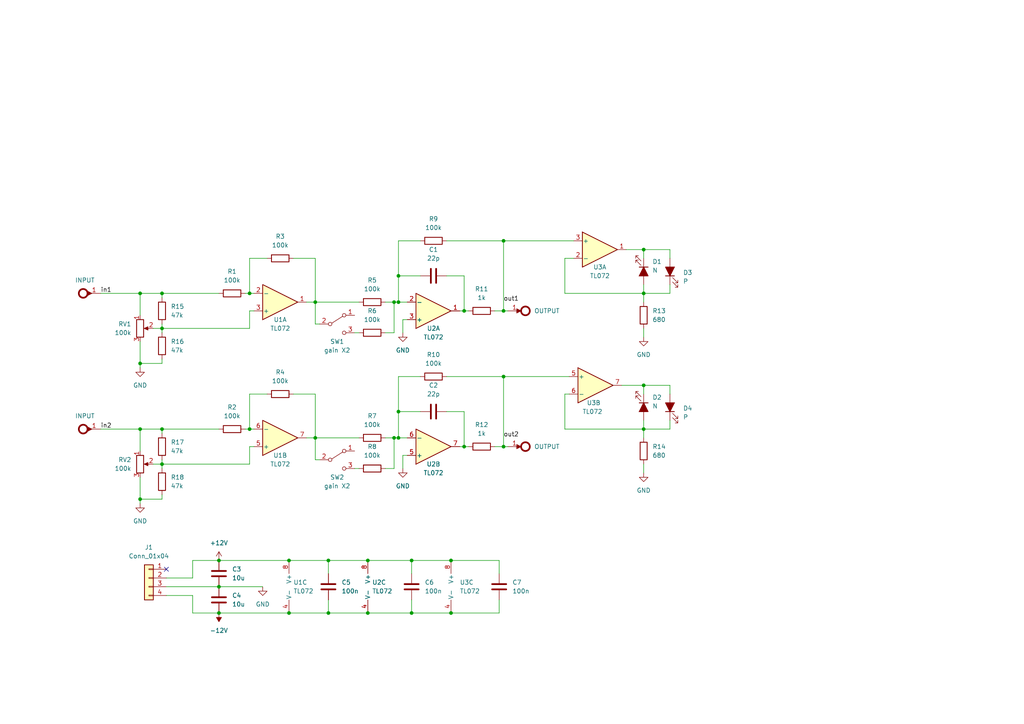
<source format=kicad_sch>
(kicad_sch (version 20211123) (generator eeschema)
  (paper "A4")
  (lib_symbols
    (symbol "0-MM:INPUT" (pin_names (offset 1.016) hide)
      (property "Value" "INPUT" (at -5.08 0 0))
      (symbol "INPUT_0_1"
        (polyline (pts (xy 1.27 0) (xy 1.27 -0.635) (xy 2.54 0) (xy 1.27 0.635) (xy 1.27 0)) (fill (type outline)))
        (circle (center 0 0) (radius 1.27) (stroke (width 0.5)))
      )
      (symbol "INPUT_1_1"
        (pin input line (at 5.08 0 180) (length 3.81) (name "Pin_1") (number "1"))
      )
    )
    (symbol "0-MM:OUTPUT" (pin_names (offset 1.016) hide)
      (property "Value" "OUTPUT" (at 5.08 0 0))
      (symbol "OUTPUT_0_1"
        (polyline (pts (xy -1.27 0) (xy -2.54 -0.635) (xy -2.54 0.635) (xy -1.27 0)) (fill (type outline)))
        (circle (center 0 0) (radius 1.27) (stroke (width 0.5)))
      )
      (symbol "OUTPUT_1_1"
        (pin output line (at -5.08 0 0) (length 3.81) (name "Pin_1") (number "1"))
      )
    )
    (symbol "Amplifier_Operational:LM358" (pin_names (offset 0.127))
      (property "Reference" "U" (at 0 5.08 0))
      (property "Value" "LM358" (at 0 -5.08 0))
      (symbol "LM358_1_1"
        (polyline (pts (xy -5.08 5.08) (xy 5.08 0) (xy -5.08 -5.08) (xy -5.08 5.08)) (stroke (width 0.254)) (fill (type background)))
        (pin output line (at 7.62 0 180) (length 2.54) (name "~") (number "1"))
        (pin input line (at -7.62 -2.54 0) (length 2.54) (name "-") (number "2"))
        (pin input line (at -7.62 2.54 0) (length 2.54) (name "+") (number "3"))
      )
      (symbol "LM358_2_1"
        (polyline (pts (xy -5.08 5.08) (xy 5.08 0) (xy -5.08 -5.08) (xy -5.08 5.08)) (stroke (width 0.254)) (fill (type background)))
        (pin input line (at -7.62 2.54 0) (length 2.54) (name "+") (number "5"))
        (pin input line (at -7.62 -2.54 0) (length 2.54) (name "-") (number "6"))
        (pin output line (at 7.62 0 180) (length 2.54) (name "~") (number "7"))
      )
      (symbol "LM358_3_1"
        (pin power_in line (at -2.54 -7.62 90) (length 3.81) (name "V-") (number "4"))
        (pin power_in line (at -2.54 7.62 270) (length 3.81) (name "V+") (number "8"))
      )
    )
    (symbol "Amplifier_Operational:NE5532" (pin_names (offset 0.127))
      (property "Reference" "U" (at 0 5.08 0))
      (property "Value" "NE5532" (at 0 -5.08 0))
      (symbol "NE5532_1_1"
        (polyline (pts (xy -5.08 5.08) (xy 5.08 0) (xy -5.08 -5.08) (xy -5.08 5.08)) (stroke (width 0.254)) (fill (type background)))
        (pin output line (at 7.62 0 180) (length 2.54) (name "~") (number "1"))
        (pin input line (at -7.62 -2.54 0) (length 2.54) (name "-") (number "2"))
        (pin input line (at -7.62 2.54 0) (length 2.54) (name "+") (number "3"))
      )
      (symbol "NE5532_2_1"
        (polyline (pts (xy -5.08 5.08) (xy 5.08 0) (xy -5.08 -5.08) (xy -5.08 5.08)) (stroke (width 0.254)) (fill (type background)))
        (pin input line (at -7.62 2.54 0) (length 2.54) (name "+") (number "5"))
        (pin input line (at -7.62 -2.54 0) (length 2.54) (name "-") (number "6"))
        (pin output line (at 7.62 0 180) (length 2.54) (name "~") (number "7"))
      )
      (symbol "NE5532_3_1"
        (pin power_in line (at -2.54 -7.62 90) (length 3.81) (name "V-") (number "4"))
        (pin power_in line (at -2.54 7.62 270) (length 3.81) (name "V+") (number "8"))
      )
    )
    (symbol "Connector_Generic:Conn_01x04" (pin_names (offset 1.016) hide)
      (property "Reference" "J" (at 0 5.08 0))
      (property "Value" "Conn_01x04" (at 0 -7.62 0))
      (symbol "Conn_01x04_1_1"
        (rectangle (start -1.27 -4.953) (end 0 -5.207) (stroke (width 0.1524)))
        (rectangle (start -1.27 -2.413) (end 0 -2.667) (stroke (width 0.1524)))
        (rectangle (start -1.27 0.127) (end 0 -0.127) (stroke (width 0.1524)))
        (rectangle (start -1.27 2.667) (end 0 2.413) (stroke (width 0.1524)))
        (rectangle (start -1.27 3.81) (end 1.27 -6.35) (stroke (width 0.254)) (fill (type background)))
        (pin passive line (at -5.08 2.54 0) (length 3.81) (name "Pin_1") (number "1"))
        (pin passive line (at -5.08 0 0) (length 3.81) (name "Pin_2") (number "2"))
        (pin passive line (at -5.08 -2.54 0) (length 3.81) (name "Pin_3") (number "3"))
        (pin passive line (at -5.08 -5.08 0) (length 3.81) (name "Pin_4") (number "4"))
      )
    )
    (symbol "Device:C" (pin_numbers hide) (pin_names (offset 0.254))
      (property "Reference" "C" (at 0.635 2.54 0))
      (property "Value" "C" (at 0.635 -2.54 0))
      (symbol "C_0_1"
        (polyline (pts (xy -2.032 -0.762) (xy 2.032 -0.762)) (stroke (width 0.508)))
        (polyline (pts (xy -2.032 0.762) (xy 2.032 0.762)) (stroke (width 0.508)))
      )
      (symbol "C_1_1"
        (pin passive line (at 0 3.81 270) (length 2.794) (name "~") (number "1"))
        (pin passive line (at 0 -3.81 90) (length 2.794) (name "~") (number "2"))
      )
    )
    (symbol "Device:LED_Filled" (pin_numbers hide) (pin_names (offset 1.016) hide)
      (property "Reference" "D" (at 0 2.54 0))
      (property "Value" "LED_Filled" (at 0 -2.54 0))
      (symbol "LED_Filled_0_1"
        (polyline (pts (xy -1.27 -1.27) (xy -1.27 1.27)) (stroke (width 0.254)))
        (polyline (pts (xy -1.27 0) (xy 1.27 0)))
        (polyline (pts (xy 1.27 -1.27) (xy 1.27 1.27) (xy -1.27 0) (xy 1.27 -1.27)) (stroke (width 0.254)) (fill (type outline)))
        (polyline (pts (xy -3.048 -0.762) (xy -4.572 -2.286) (xy -3.81 -2.286) (xy -4.572 -2.286) (xy -4.572 -1.524)))
        (polyline (pts (xy -1.778 -0.762) (xy -3.302 -2.286) (xy -2.54 -2.286) (xy -3.302 -2.286) (xy -3.302 -1.524)))
      )
      (symbol "LED_Filled_1_1"
        (pin passive line (at -3.81 0 0) (length 2.54) (name "K") (number "1"))
        (pin passive line (at 3.81 0 180) (length 2.54) (name "A") (number "2"))
      )
    )
    (symbol "Device:R" (pin_numbers hide) (pin_names (offset 0))
      (property "Reference" "R" (at 2.032 0 90))
      (property "Value" "R" (at 0 0 90))
      (symbol "R_0_1"
        (rectangle (start -1.016 -2.54) (end 1.016 2.54) (stroke (width 0.254)))
      )
      (symbol "R_1_1"
        (pin passive line (at 0 3.81 270) (length 1.27) (name "~") (number "1"))
        (pin passive line (at 0 -3.81 90) (length 1.27) (name "~") (number "2"))
      )
    )
    (symbol "Device:R_Potentiometer" (pin_names (offset 1.016) hide)
      (property "Reference" "RV" (at -4.445 0 90))
      (property "Value" "R_Potentiometer" (at -2.54 0 90))
      (symbol "R_Potentiometer_0_1"
        (polyline (pts (xy 2.54 0) (xy 1.524 0)))
        (polyline (pts (xy 1.143 0) (xy 2.286 0.508) (xy 2.286 -0.508) (xy 1.143 0)) (fill (type outline)))
        (rectangle (start 1.016 2.54) (end -1.016 -2.54) (stroke (width 0.254)))
      )
      (symbol "R_Potentiometer_1_1"
        (pin passive line (at 0 3.81 270) (length 1.27) (name "1") (number "1"))
        (pin passive line (at 3.81 0 180) (length 1.27) (name "2") (number "2"))
        (pin passive line (at 0 -3.81 90) (length 1.27) (name "3") (number "3"))
      )
    )
    (symbol "Switch:SW_SPDT" (pin_names (offset 0) hide)
      (property "Reference" "SW" (at 0 4.318 0))
      (property "Value" "SW_SPDT" (at 0 -5.08 0))
      (symbol "SW_SPDT_0_0"
        (circle (center -2.032 0) (radius 0.508))
        (circle (center 2.032 -2.54) (radius 0.508))
      )
      (symbol "SW_SPDT_0_1"
        (polyline (pts (xy -1.524 0.254) (xy 1.651 2.286)))
        (circle (center 2.032 2.54) (radius 0.508))
      )
      (symbol "SW_SPDT_1_1"
        (pin passive line (at 5.08 2.54 180) (length 2.54) (name "A") (number "1"))
        (pin passive line (at -5.08 0 0) (length 2.54) (name "B") (number "2"))
        (pin passive line (at 5.08 -2.54 180) (length 2.54) (name "C") (number "3"))
      )
    )
    (symbol "power:+12V" (power) (pin_names (offset 0))
      (property "Value" "+12V" (at 0 3.556 0))
      (symbol "+12V_0_1"
        (polyline (pts (xy -0.762 1.27) (xy 0 2.54)))
        (polyline (pts (xy 0 0) (xy 0 2.54)))
        (polyline (pts (xy 0 2.54) (xy 0.762 1.27)))
      )
      (symbol "+12V_1_1"
        (pin power_in line (at 0 0 90) (length 0) hide (name "+12V") (number "1"))
      )
    )
    (symbol "power:-12V" (power) (pin_names (offset 0))
      (property "Value" "-12V" (at 0 3.81 0))
      (symbol "-12V_0_0"
        (pin power_in line (at 0 0 90) (length 0) hide (name "-12V") (number "1"))
      )
      (symbol "-12V_0_1"
        (polyline (pts (xy 0 0) (xy 0 1.27) (xy 0.762 1.27) (xy 0 2.54) (xy -0.762 1.27) (xy 0 1.27)) (fill (type outline)))
      )
    )
    (symbol "power:GND" (power) (pin_names (offset 0))
      (property "Value" "GND" (at 0 -3.81 0))
      (symbol "GND_0_1"
        (polyline (pts (xy 0 0) (xy 0 -1.27) (xy 1.27 -1.27) (xy 0 -2.54) (xy -1.27 -1.27) (xy 0 -1.27)))
      )
      (symbol "GND_1_1"
        (pin power_in line (at 0 0 270) (length 0) hide (name "GND") (number "1"))
      )
    )
  )
  (junction (at 114.3 127))
  (junction (at 95.25 177.8))
  (junction (at 72.39 124.46))
  (junction (at 186.69 85.09))
  (junction (at 40.64 144.78))
  (junction (at 40.64 105.41))
  (junction (at 46.99 95.25))
  (junction (at 95.25 162.56))
  (junction (at 91.44 127))
  (junction (at 115.57 119.38))
  (junction (at 134.62 129.54))
  (junction (at 63.5 170.18))
  (junction (at 83.82 177.8))
  (junction (at 186.69 124.46))
  (junction (at 72.39 85.09))
  (junction (at 40.64 124.46))
  (junction (at 114.3 87.63))
  (junction (at 146.05 69.85))
  (junction (at 115.57 87.63))
  (junction (at 115.57 80.01))
  (junction (at 115.57 127))
  (junction (at 146.05 109.22))
  (junction (at 46.99 124.46))
  (junction (at 186.69 72.39))
  (junction (at 40.64 85.09))
  (junction (at 46.99 134.62))
  (junction (at 146.05 129.54))
  (junction (at 106.68 177.8))
  (junction (at 134.62 90.17))
  (junction (at 46.99 85.09))
  (junction (at 119.38 177.8))
  (junction (at 119.38 162.56))
  (junction (at 91.44 87.63))
  (junction (at 63.5 162.56))
  (junction (at 130.81 162.56))
  (junction (at 83.82 162.56))
  (junction (at 186.69 111.76))
  (junction (at 130.81 177.8))
  (junction (at 146.05 90.17))
  (junction (at 63.5 177.8))
  (junction (at 106.68 162.56))
  (no_connect (at 48.26 165.1))
  (wire (pts (xy 186.69 72.39) (xy 186.69 74.93)))
  (wire (pts (xy 46.99 85.09) (xy 63.5 85.09)))
  (wire (pts (xy 118.11 92.71) (xy 116.84 92.71)))
  (wire (pts (xy 106.68 177.8) (xy 119.38 177.8)))
  (wire (pts (xy 72.39 95.25) (xy 72.39 90.17)))
  (wire (pts (xy 186.69 82.55) (xy 186.69 85.09)))
  (wire (pts (xy 91.44 74.93) (xy 91.44 87.63)))
  (wire (pts (xy 106.68 162.56) (xy 119.38 162.56)))
  (wire (pts (xy 91.44 93.98) (xy 91.44 87.63)))
  (wire (pts (xy 48.26 170.18) (xy 63.5 170.18)))
  (wire (pts (xy 186.69 85.09) (xy 163.83 85.09)))
  (wire (pts (xy 111.76 96.52) (xy 114.3 96.52)))
  (wire (pts (xy 72.39 90.17) (xy 73.66 90.17)))
  (wire (pts (xy 48.26 167.64) (xy 55.88 167.64)))
  (wire (pts (xy 146.05 90.17) (xy 147.32 90.17)))
  (wire (pts (xy 163.83 85.09) (xy 163.83 74.93)))
  (wire (pts (xy 40.64 144.78) (xy 40.64 146.05)))
  (wire (pts (xy 46.99 124.46) (xy 63.5 124.46)))
  (wire (pts (xy 114.3 135.89) (xy 114.3 127)))
  (wire (pts (xy 55.88 167.64) (xy 55.88 162.56)))
  (wire (pts (xy 186.69 137.16) (xy 186.69 134.62)))
  (wire (pts (xy 143.51 90.17) (xy 146.05 90.17)))
  (wire (pts (xy 46.99 105.41) (xy 40.64 105.41)))
  (wire (pts (xy 91.44 87.63) (xy 104.14 87.63)))
  (wire (pts (xy 115.57 80.01) (xy 121.92 80.01)))
  (wire (pts (xy 40.64 130.81) (xy 40.64 124.46)))
  (wire (pts (xy 92.71 133.35) (xy 91.44 133.35)))
  (wire (pts (xy 186.69 124.46) (xy 163.83 124.46)))
  (wire (pts (xy 115.57 87.63) (xy 115.57 80.01)))
  (wire (pts (xy 72.39 129.54) (xy 72.39 134.62)))
  (wire (pts (xy 46.99 143.51) (xy 46.99 144.78)))
  (wire (pts (xy 29.21 124.46) (xy 40.64 124.46)))
  (wire (pts (xy 115.57 69.85) (xy 121.92 69.85)))
  (wire (pts (xy 40.64 105.41) (xy 40.64 106.68)))
  (wire (pts (xy 114.3 87.63) (xy 115.57 87.63)))
  (wire (pts (xy 134.62 90.17) (xy 135.89 90.17)))
  (wire (pts (xy 129.54 109.22) (xy 146.05 109.22)))
  (wire (pts (xy 40.64 99.06) (xy 40.64 105.41)))
  (wire (pts (xy 194.31 82.55) (xy 194.31 85.09)))
  (wire (pts (xy 143.51 129.54) (xy 146.05 129.54)))
  (wire (pts (xy 146.05 69.85) (xy 166.37 69.85)))
  (wire (pts (xy 55.88 172.72) (xy 55.88 177.8)))
  (wire (pts (xy 186.69 97.79) (xy 186.69 95.25)))
  (wire (pts (xy 129.54 80.01) (xy 134.62 80.01)))
  (wire (pts (xy 46.99 144.78) (xy 40.64 144.78)))
  (wire (pts (xy 95.25 162.56) (xy 106.68 162.56)))
  (wire (pts (xy 44.45 134.62) (xy 46.99 134.62)))
  (wire (pts (xy 114.3 127) (xy 111.76 127)))
  (wire (pts (xy 46.99 93.98) (xy 46.99 95.25)))
  (wire (pts (xy 72.39 85.09) (xy 73.66 85.09)))
  (wire (pts (xy 119.38 177.8) (xy 130.81 177.8)))
  (wire (pts (xy 129.54 119.38) (xy 134.62 119.38)))
  (wire (pts (xy 46.99 104.14) (xy 46.99 105.41)))
  (wire (pts (xy 95.25 162.56) (xy 95.25 166.37)))
  (wire (pts (xy 133.35 129.54) (xy 134.62 129.54)))
  (wire (pts (xy 111.76 135.89) (xy 114.3 135.89)))
  (wire (pts (xy 144.78 162.56) (xy 144.78 166.37)))
  (wire (pts (xy 118.11 132.08) (xy 116.84 132.08)))
  (wire (pts (xy 146.05 69.85) (xy 146.05 90.17)))
  (wire (pts (xy 46.99 95.25) (xy 46.99 96.52)))
  (wire (pts (xy 186.69 111.76) (xy 194.31 111.76)))
  (wire (pts (xy 115.57 80.01) (xy 115.57 69.85)))
  (wire (pts (xy 85.09 74.93) (xy 91.44 74.93)))
  (wire (pts (xy 116.84 92.71) (xy 116.84 96.52)))
  (wire (pts (xy 72.39 74.93) (xy 77.47 74.93)))
  (wire (pts (xy 95.25 173.99) (xy 95.25 177.8)))
  (wire (pts (xy 186.69 124.46) (xy 186.69 127)))
  (wire (pts (xy 115.57 119.38) (xy 115.57 109.22)))
  (wire (pts (xy 134.62 129.54) (xy 135.89 129.54)))
  (wire (pts (xy 146.05 129.54) (xy 147.32 129.54)))
  (wire (pts (xy 44.45 95.25) (xy 46.99 95.25)))
  (wire (pts (xy 83.82 177.8) (xy 95.25 177.8)))
  (wire (pts (xy 181.61 72.39) (xy 186.69 72.39)))
  (wire (pts (xy 46.99 134.62) (xy 46.99 135.89)))
  (wire (pts (xy 72.39 85.09) (xy 72.39 74.93)))
  (wire (pts (xy 119.38 162.56) (xy 130.81 162.56)))
  (wire (pts (xy 102.87 96.52) (xy 104.14 96.52)))
  (wire (pts (xy 146.05 109.22) (xy 165.1 109.22)))
  (wire (pts (xy 194.31 85.09) (xy 186.69 85.09)))
  (wire (pts (xy 115.57 127) (xy 115.57 119.38)))
  (wire (pts (xy 186.69 72.39) (xy 194.31 72.39)))
  (wire (pts (xy 63.5 162.56) (xy 83.82 162.56)))
  (wire (pts (xy 48.26 172.72) (xy 55.88 172.72)))
  (wire (pts (xy 55.88 162.56) (xy 63.5 162.56)))
  (wire (pts (xy 194.31 111.76) (xy 194.31 114.3)))
  (wire (pts (xy 119.38 173.99) (xy 119.38 177.8)))
  (wire (pts (xy 92.71 93.98) (xy 91.44 93.98)))
  (wire (pts (xy 130.81 177.8) (xy 144.78 177.8)))
  (wire (pts (xy 115.57 109.22) (xy 121.92 109.22)))
  (wire (pts (xy 46.99 95.25) (xy 72.39 95.25)))
  (wire (pts (xy 95.25 177.8) (xy 106.68 177.8)))
  (wire (pts (xy 71.12 85.09) (xy 72.39 85.09)))
  (wire (pts (xy 186.69 121.92) (xy 186.69 124.46)))
  (wire (pts (xy 72.39 134.62) (xy 46.99 134.62)))
  (wire (pts (xy 72.39 124.46) (xy 73.66 124.46)))
  (wire (pts (xy 119.38 162.56) (xy 119.38 166.37)))
  (wire (pts (xy 40.64 85.09) (xy 46.99 85.09)))
  (wire (pts (xy 133.35 90.17) (xy 134.62 90.17)))
  (wire (pts (xy 71.12 124.46) (xy 72.39 124.46)))
  (wire (pts (xy 85.09 114.3) (xy 91.44 114.3)))
  (wire (pts (xy 91.44 127) (xy 104.14 127)))
  (wire (pts (xy 114.3 96.52) (xy 114.3 87.63)))
  (wire (pts (xy 55.88 177.8) (xy 63.5 177.8)))
  (wire (pts (xy 46.99 124.46) (xy 46.99 125.73)))
  (wire (pts (xy 102.87 135.89) (xy 104.14 135.89)))
  (wire (pts (xy 91.44 114.3) (xy 91.44 127)))
  (wire (pts (xy 76.2 170.18) (xy 63.5 170.18)))
  (wire (pts (xy 163.83 74.93) (xy 166.37 74.93)))
  (wire (pts (xy 46.99 85.09) (xy 46.99 86.36)))
  (wire (pts (xy 134.62 80.01) (xy 134.62 90.17)))
  (wire (pts (xy 116.84 132.08) (xy 116.84 135.89)))
  (wire (pts (xy 115.57 87.63) (xy 118.11 87.63)))
  (wire (pts (xy 134.62 119.38) (xy 134.62 129.54)))
  (wire (pts (xy 73.66 129.54) (xy 72.39 129.54)))
  (wire (pts (xy 91.44 87.63) (xy 88.9 87.63)))
  (wire (pts (xy 72.39 124.46) (xy 72.39 114.3)))
  (wire (pts (xy 130.81 162.56) (xy 144.78 162.56)))
  (wire (pts (xy 46.99 133.35) (xy 46.99 134.62)))
  (wire (pts (xy 114.3 127) (xy 115.57 127)))
  (wire (pts (xy 194.31 72.39) (xy 194.31 74.93)))
  (wire (pts (xy 129.54 69.85) (xy 146.05 69.85)))
  (wire (pts (xy 194.31 124.46) (xy 186.69 124.46)))
  (wire (pts (xy 163.83 124.46) (xy 163.83 114.3)))
  (wire (pts (xy 91.44 127) (xy 88.9 127)))
  (wire (pts (xy 144.78 177.8) (xy 144.78 173.99)))
  (wire (pts (xy 63.5 177.8) (xy 83.82 177.8)))
  (wire (pts (xy 83.82 162.56) (xy 95.25 162.56)))
  (wire (pts (xy 186.69 85.09) (xy 186.69 87.63)))
  (wire (pts (xy 114.3 87.63) (xy 111.76 87.63)))
  (wire (pts (xy 180.34 111.76) (xy 186.69 111.76)))
  (wire (pts (xy 115.57 119.38) (xy 121.92 119.38)))
  (wire (pts (xy 146.05 109.22) (xy 146.05 129.54)))
  (wire (pts (xy 91.44 133.35) (xy 91.44 127)))
  (wire (pts (xy 40.64 124.46) (xy 46.99 124.46)))
  (wire (pts (xy 40.64 91.44) (xy 40.64 85.09)))
  (wire (pts (xy 115.57 127) (xy 118.11 127)))
  (wire (pts (xy 194.31 121.92) (xy 194.31 124.46)))
  (wire (pts (xy 29.21 85.09) (xy 40.64 85.09)))
  (wire (pts (xy 72.39 114.3) (xy 77.47 114.3)))
  (wire (pts (xy 40.64 138.43) (xy 40.64 144.78)))
  (wire (pts (xy 163.83 114.3) (xy 165.1 114.3)))
  (wire (pts (xy 186.69 111.76) (xy 186.69 114.3)))
  (label "in1" (at 29.21 85.09 0))
  (label "in2" (at 29.21 124.46 0))
  (label "out2" (at 146.05 127 0))
  (label "out1" (at 146.05 87.63 0))
  (symbol (lib_id "Device:R") (at 107.95 127 270) (unit 1)
    (property "Reference" "R7" (at 107.95 120.65 90))
    (property "Value" "100k" (at 107.95 123.19 90))
    (property "Footprint" "Resistor_SMD:R_0805_2012Metric" (effects hide))
  )
  (symbol (lib_id "Device:R") (at 107.95 87.63 270) (unit 1)
    (property "Reference" "R5" (at 107.95 81.28 90))
    (property "Value" "100k" (at 107.95 83.82 90))
    (property "Footprint" "Resistor_SMD:R_0805_2012Metric" (effects hide))
  )
  (symbol (lib_id "0-MM:OUTPUT") (at 152.4 90.17 0) (unit 1)
    (property "Reference" "J4" (effects hide))
    (property "Value" "OUTPUT" (at 154.94 90.1699 0) (effects (justify left)))
    (property "Footprint" "0-MM:BANANA_4mm_non_insulated_banana_jack" (effects hide))
  )
  (symbol (lib_id "0-MM:OUTPUT") (at 152.4 129.54 0) (unit 1)
    (property "Reference" "J5" (effects hide))
    (property "Value" "OUTPUT" (at 154.94 129.5399 0) (effects (justify left)))
    (property "Footprint" "0-MM:BANANA_4mm_non_insulated_banana_jack" (effects hide))
  )
  (symbol (lib_id "Device:R") (at 67.31 124.46 270) (unit 1)
    (property "Reference" "R2" (at 67.31 118.11 90))
    (property "Value" "100k" (at 67.31 120.65 90))
    (property "Footprint" "Resistor_SMD:R_0805_2012Metric" (effects hide))
  )
  (symbol (lib_id "Device:R") (at 186.69 91.44 0) (unit 1)
    (property "Reference" "R13" (at 189.23 90.1699 0) (effects (justify left)))
    (property "Value" "680" (at 189.23 92.7099 0) (effects (justify left)))
    (property "Footprint" "Resistor_SMD:R_0805_2012Metric" (effects hide))
  )
  (symbol (lib_id "Amplifier_Operational:LM358") (at 173.99 72.39 0) (unit 1)
    (property "Reference" "U3" (at 173.99 77.47 0))
    (property "Value" "TL072" (at 173.99 80.01 0))
    (property "Footprint" "Package_SO:SOIC-8_3.9x4.9mm_P1.27mm" (effects hide))
    (property "Datasheet" "http://www.ti.com/lit/ds/symlink/lm2904-n.pdf" (effects hide))
  )
  (symbol (lib_id "Device:R") (at 46.99 129.54 0) (unit 1)
    (property "Reference" "R17" (at 49.53 128.2699 0) (effects (justify left)))
    (property "Value" "47k" (at 49.53 130.8099 0) (effects (justify left)))
    (property "Footprint" "Resistor_SMD:R_0805_2012Metric" (effects hide))
  )
  (symbol (lib_id "Device:R_Potentiometer") (at 40.64 95.25 0) (unit 1)
    (property "Reference" "RV1" (at 38.1 93.9799 0) (effects (justify right)))
    (property "Value" "100k" (at 38.1 96.5199 0) (effects (justify right)))
    (property "Footprint" "0-MM:RV16AF-20-17K" (effects hide))
  )
  (symbol (lib_id "Device:R") (at 107.95 96.52 270) (unit 1)
    (property "Reference" "R6" (at 107.95 90.17 90))
    (property "Value" "100k" (at 107.95 92.71 90))
    (property "Footprint" "Resistor_SMD:R_0805_2012Metric" (effects hide))
  )
  (symbol (lib_id "Device:C") (at 144.78 170.18 180) (unit 1)
    (property "Reference" "C7" (at 148.59 168.9099 0) (effects (justify right)))
    (property "Value" "100n" (at 148.59 171.4499 0) (effects (justify right)))
    (property "Footprint" "Capacitor_SMD:C_0805_2012Metric" (effects hide))
  )
  (symbol (lib_id "power:GND") (at 116.84 135.89 0) (unit 1)
    (property "Reference" "#PWR010" (effects hide))
    (property "Value" "GND" (at 116.84 140.97 0))
  )
  (symbol (lib_id "power:GND") (at 40.64 146.05 0) (unit 1)
    (property "Reference" "#PWR04" (effects hide))
    (property "Value" "GND" (at 40.64 151.13 0))
  )
  (symbol (lib_id "0-MM:INPUT") (at 24.13 85.09 0) (unit 1)
    (property "Reference" "J2" (effects hide))
    (property "Value" "INPUT" (at 24.64 81.28 0))
    (property "Footprint" "0-MM:BANANA_4mm_non_insulated_banana_jack" (effects hide))
  )
  (symbol (lib_id "Device:C") (at 125.73 80.01 90) (unit 1)
    (property "Reference" "C1" (at 125.73 72.39 90))
    (property "Value" "22p" (at 125.73 74.93 90))
    (property "Footprint" "Capacitor_SMD:C_0805_2012Metric" (effects hide))
  )
  (symbol (lib_id "power:-12V") (at 63.5 177.8 180) (unit 1)
    (property "Reference" "#PWR02" (effects hide))
    (property "Value" "-12V" (at 63.5 182.88 0))
  )
  (symbol (lib_id "Device:C") (at 119.38 170.18 180) (unit 1)
    (property "Reference" "C6" (at 123.19 168.9099 0) (effects (justify right)))
    (property "Value" "100n" (at 123.19 171.4499 0) (effects (justify right)))
    (property "Footprint" "Capacitor_SMD:C_0805_2012Metric" (effects hide))
  )
  (symbol (lib_id "Device:C") (at 63.5 173.99 180) (unit 1)
    (property "Reference" "C4" (at 67.31 172.7199 0) (effects (justify right)))
    (property "Value" "10u" (at 67.31 175.2599 0) (effects (justify right)))
    (property "Footprint" "Capacitor_SMD:C_0805_2012Metric" (effects hide))
  )
  (symbol (lib_id "Device:R") (at 139.7 129.54 270) (unit 1)
    (property "Reference" "R12" (at 139.7 123.19 90))
    (property "Value" "1k" (at 139.7 125.73 90))
    (property "Footprint" "Resistor_SMD:R_0805_2012Metric" (effects hide))
  )
  (symbol (lib_id "Device:R") (at 139.7 90.17 270) (unit 1)
    (property "Reference" "R11" (at 139.7 83.82 90))
    (property "Value" "1k" (at 139.7 86.36 90))
    (property "Footprint" "Resistor_SMD:R_0805_2012Metric" (effects hide))
  )
  (symbol (lib_id "power:+12V") (at 63.5 162.56 0) (unit 1)
    (property "Reference" "#PWR01" (effects hide))
    (property "Value" "+12V" (at 63.5 157.48 0))
  )
  (symbol (lib_id "Amplifier_Operational:NE5532") (at 81.28 87.63 0) (mirror x) (unit 1)
    (property "Reference" "U1" (at 81.28 92.71 0))
    (property "Value" "TL072" (at 81.28 95.25 0))
    (property "Footprint" "Package_SO:SOIC-8_3.9x4.9mm_P1.27mm" (effects hide))
    (property "Datasheet" "http://www.ti.com/lit/ds/symlink/ne5532.pdf" (effects hide))
  )
  (symbol (lib_id "Device:C") (at 95.25 170.18 180) (unit 1)
    (property "Reference" "C5" (at 99.06 168.9099 0) (effects (justify right)))
    (property "Value" "100n" (at 99.06 171.4499 0) (effects (justify right)))
    (property "Footprint" "Capacitor_SMD:C_0805_2012Metric" (effects hide))
  )
  (symbol (lib_id "Device:R") (at 125.73 109.22 270) (unit 1)
    (property "Reference" "R10" (at 125.73 102.87 90))
    (property "Value" "100k" (at 125.73 105.41 90))
    (property "Footprint" "Resistor_SMD:R_0805_2012Metric" (effects hide))
  )
  (symbol (lib_id "Switch:SW_SPDT") (at 97.79 133.35 0) (unit 1)
    (property "Reference" "SW2" (at 97.79 138.43 0))
    (property "Value" "gain X2" (at 97.79 140.97 0))
    (property "Footprint" "0-MM:SS-12D10" (effects hide))
  )
  (symbol (lib_id "Device:R") (at 46.99 90.17 0) (unit 1)
    (property "Reference" "R15" (at 49.53 88.8999 0) (effects (justify left)))
    (property "Value" "47k" (at 49.53 91.4399 0) (effects (justify left)))
    (property "Footprint" "Resistor_SMD:R_0805_2012Metric" (effects hide))
  )
  (symbol (lib_id "Device:R") (at 46.99 139.7 0) (unit 1)
    (property "Reference" "R18" (at 49.53 138.4299 0) (effects (justify left)))
    (property "Value" "47k" (at 49.53 140.9699 0) (effects (justify left)))
    (property "Footprint" "Resistor_SMD:R_0805_2012Metric" (effects hide))
  )
  (symbol (lib_id "Amplifier_Operational:NE5532") (at 81.28 127 0) (mirror x) (unit 2)
    (property "Reference" "U1" (at 81.28 132.08 0))
    (property "Value" "TL072" (at 81.28 134.62 0))
    (property "Footprint" "Package_SO:SOIC-8_3.9x4.9mm_P1.27mm" (effects hide))
    (property "Datasheet" "http://www.ti.com/lit/ds/symlink/ne5532.pdf" (effects hide))
  )
  (symbol (lib_id "power:GND") (at 76.2 170.18 0) (unit 1)
    (property "Reference" "#PWR03" (effects hide))
    (property "Value" "GND" (at 76.2 175.26 0))
  )
  (symbol (lib_id "Device:R") (at 46.99 100.33 0) (unit 1)
    (property "Reference" "R16" (at 49.53 99.0599 0) (effects (justify left)))
    (property "Value" "47k" (at 49.53 101.5999 0) (effects (justify left)))
    (property "Footprint" "Resistor_SMD:R_0805_2012Metric" (effects hide))
  )
  (symbol (lib_id "Device:LED_Filled") (at 186.69 118.11 270) (unit 1)
    (property "Reference" "D2" (at 189.23 115.2524 90) (effects (justify left)))
    (property "Value" "N" (at 189.23 117.7924 90) (effects (justify left)))
    (property "Footprint" "0-MM:LED 0805 reverse mount" (effects hide))
  )
  (symbol (lib_id "Amplifier_Operational:NE5532") (at 125.73 129.54 0) (mirror x) (unit 2)
    (property "Reference" "U2" (at 125.73 134.62 0))
    (property "Value" "TL072" (at 125.73 137.16 0))
    (property "Footprint" "Package_SO:SOIC-8_3.9x4.9mm_P1.27mm" (effects hide))
    (property "Datasheet" "http://www.ti.com/lit/ds/symlink/ne5532.pdf" (effects hide))
  )
  (symbol (lib_id "Device:R_Potentiometer") (at 40.64 134.62 0) (unit 1)
    (property "Reference" "RV2" (at 38.1 133.3499 0) (effects (justify right)))
    (property "Value" "100k" (at 38.1 135.8899 0) (effects (justify right)))
    (property "Footprint" "0-MM:RV16AF-20-17K" (effects hide))
  )
  (symbol (lib_id "Device:R") (at 186.69 130.81 0) (unit 1)
    (property "Reference" "R14" (at 189.23 129.5399 0) (effects (justify left)))
    (property "Value" "680" (at 189.23 132.0799 0) (effects (justify left)))
    (property "Footprint" "Resistor_SMD:R_0805_2012Metric" (effects hide))
  )
  (symbol (lib_id "Device:LED_Filled") (at 186.69 78.74 270) (unit 1)
    (property "Reference" "D1" (at 189.23 75.8824 90) (effects (justify left)))
    (property "Value" "N" (at 189.23 78.4224 90) (effects (justify left)))
    (property "Footprint" "0-MM:LED 0805 reverse mount" (effects hide))
  )
  (symbol (lib_id "power:GND") (at 186.69 97.79 0) (unit 1)
    (property "Reference" "#PWR011" (effects hide))
    (property "Value" "GND" (at 186.69 102.87 0))
  )
  (symbol (lib_id "Switch:SW_SPDT") (at 97.79 93.98 0) (unit 1)
    (property "Reference" "SW1" (at 97.79 99.06 0))
    (property "Value" "gain X2" (at 97.79 101.6 0))
    (property "Footprint" "0-MM:SS-12D10" (effects hide))
  )
  (symbol (lib_id "Connector_Generic:Conn_01x04") (at 43.18 167.64 0) (mirror y) (unit 1)
    (property "Reference" "J1" (at 43.18 158.75 0))
    (property "Value" "Conn_01x04" (at 43.18 161.29 0))
    (property "Footprint" "0-MM:JST_B4B-PH-SM4-TB_LF_SN_0" (effects hide))
  )
  (symbol (lib_id "Device:LED_Filled") (at 194.31 78.74 90) (unit 1)
    (property "Reference" "D3" (at 198.12 79.0574 90) (effects (justify right)))
    (property "Value" "P" (at 198.12 81.5974 90) (effects (justify right)))
    (property "Footprint" "0-MM:LED 0805 reverse mount" (effects hide))
  )
  (symbol (lib_id "Amplifier_Operational:LM358") (at 133.35 170.18 0) (unit 3)
    (property "Reference" "U3" (at 133.35 168.91 0) (effects (justify left)))
    (property "Value" "TL072" (at 133.35 171.45 0) (effects (justify left)))
    (property "Footprint" "Package_SO:SOIC-8_3.9x4.9mm_P1.27mm" (effects hide))
    (property "Datasheet" "http://www.ti.com/lit/ds/symlink/lm2904-n.pdf" (effects hide))
  )
  (symbol (lib_id "Amplifier_Operational:LM358") (at 172.72 111.76 0) (unit 2)
    (property "Reference" "U3" (at 170.18 116.84 0) (effects (justify left)))
    (property "Value" "TL072" (at 168.91 119.38 0) (effects (justify left)))
    (property "Footprint" "Package_SO:SOIC-8_3.9x4.9mm_P1.27mm" (effects hide))
    (property "Datasheet" "http://www.ti.com/lit/ds/symlink/lm2904-n.pdf" (effects hide))
  )
  (symbol (lib_id "Device:R") (at 81.28 114.3 270) (unit 1)
    (property "Reference" "R4" (at 81.28 107.95 90))
    (property "Value" "100k" (at 81.28 110.49 90))
    (property "Footprint" "Resistor_SMD:R_0805_2012Metric" (effects hide))
  )
  (symbol (lib_id "Device:C") (at 125.73 119.38 90) (unit 1)
    (property "Reference" "C2" (at 125.73 111.76 90))
    (property "Value" "22p" (at 125.73 114.3 90))
    (property "Footprint" "Capacitor_SMD:C_0805_2012Metric" (effects hide))
  )
  (symbol (lib_id "Device:R") (at 67.31 85.09 270) (unit 1)
    (property "Reference" "R1" (at 67.31 78.74 90))
    (property "Value" "100k" (at 67.31 81.28 90))
    (property "Footprint" "Resistor_SMD:R_0805_2012Metric" (effects hide))
  )
  (symbol (lib_id "power:GND") (at 186.69 137.16 0) (unit 1)
    (property "Reference" "#PWR012" (effects hide))
    (property "Value" "GND" (at 186.69 142.24 0))
  )
  (symbol (lib_id "Device:C") (at 63.5 166.37 180) (unit 1)
    (property "Reference" "C3" (at 67.31 165.0999 0) (effects (justify right)))
    (property "Value" "10u" (at 67.31 167.6399 0) (effects (justify right)))
    (property "Footprint" "Capacitor_SMD:C_0805_2012Metric" (effects hide))
  )
  (symbol (lib_id "Device:R") (at 107.95 135.89 270) (unit 1)
    (property "Reference" "R8" (at 107.95 129.54 90))
    (property "Value" "100k" (at 107.95 132.08 90))
    (property "Footprint" "Resistor_SMD:R_0805_2012Metric" (effects hide))
  )
  (symbol (lib_id "power:GND") (at 116.84 96.52 0) (unit 1)
    (property "Reference" "#PWR09" (effects hide))
    (property "Value" "GND" (at 116.84 101.6 0))
  )
  (symbol (lib_id "Amplifier_Operational:NE5532") (at 86.36 170.18 0) (unit 3)
    (property "Reference" "U1" (at 85.09 168.9099 0) (effects (justify left)))
    (property "Value" "TL072" (at 85.09 171.4499 0) (effects (justify left)))
    (property "Footprint" "Package_SO:SOIC-8_3.9x4.9mm_P1.27mm" (effects hide))
    (property "Datasheet" "http://www.ti.com/lit/ds/symlink/ne5532.pdf" (effects hide))
  )
  (symbol (lib_id "Amplifier_Operational:NE5532") (at 125.73 90.17 0) (mirror x) (unit 1)
    (property "Reference" "U2" (at 125.73 95.25 0))
    (property "Value" "TL072" (at 125.73 97.79 0))
    (property "Footprint" "Package_SO:SOIC-8_3.9x4.9mm_P1.27mm" (effects hide))
    (property "Datasheet" "http://www.ti.com/lit/ds/symlink/ne5532.pdf" (effects hide))
  )
  (symbol (lib_id "Device:R") (at 81.28 74.93 270) (unit 1)
    (property "Reference" "R3" (at 81.28 68.58 90))
    (property "Value" "100k" (at 81.28 71.12 90))
    (property "Footprint" "Resistor_SMD:R_0805_2012Metric" (effects hide))
  )
  (symbol (lib_id "0-MM:INPUT") (at 24.13 124.46 0) (unit 1)
    (property "Reference" "J3" (effects hide))
    (property "Value" "INPUT" (at 24.64 120.65 0))
    (property "Footprint" "0-MM:BANANA_4mm_non_insulated_banana_jack" (effects hide))
  )
  (symbol (lib_id "power:GND") (at 40.64 106.68 0) (unit 1)
    (property "Reference" "#PWR05" (effects hide))
    (property "Value" "GND" (at 40.64 111.76 0))
  )
  (symbol (lib_id "Amplifier_Operational:NE5532") (at 104.14 170.18 0) (mirror y) (unit 3)
    (property "Reference" "U2" (at 107.95 168.9099 0) (effects (justify right)))
    (property "Value" "TL072" (at 107.95 171.4499 0) (effects (justify right)))
    (property "Footprint" "Package_SO:SOIC-8_3.9x4.9mm_P1.27mm" (effects hide))
    (property "Datasheet" "http://www.ti.com/lit/ds/symlink/ne5532.pdf" (effects hide))
  )
  (symbol (lib_id "Device:LED_Filled") (at 194.31 118.11 90) (unit 1)
    (property "Reference" "D4" (at 198.12 118.4274 90) (effects (justify right)))
    (property "Value" "P" (at 198.12 120.9674 90) (effects (justify right)))
    (property "Footprint" "0-MM:LED 0805 reverse mount" (effects hide))
  )
  (symbol (lib_id "Device:R") (at 125.73 69.85 270) (unit 1)
    (property "Reference" "R9" (at 125.73 63.5 90))
    (property "Value" "100k" (at 125.73 66.04 90))
    (property "Footprint" "Resistor_SMD:R_0805_2012Metric" (effects hide))
  )
)
</source>
